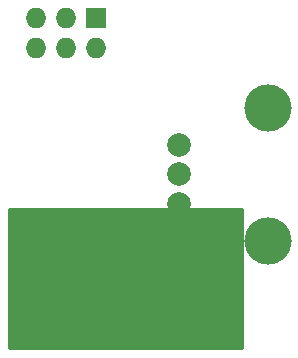
<source format=gbr>
G04 #@! TF.FileFunction,Soldermask,Bot*
%FSLAX46Y46*%
G04 Gerber Fmt 4.6, Leading zero omitted, Abs format (unit mm)*
G04 Created by KiCad (PCBNEW (2015-07-08 BZR 5908)-product) date Thu 09 Jul 2015 02:10:17 PM EEST*
%MOMM*%
G01*
G04 APERTURE LIST*
%ADD10C,0.100000*%
%ADD11C,2.000000*%
%ADD12C,4.000000*%
%ADD13R,1.727200X1.727200*%
%ADD14O,1.727200X1.727200*%
%ADD15C,0.254000*%
G04 APERTURE END LIST*
D10*
D11*
X134580000Y-85180000D03*
X134580000Y-87680000D03*
X134580000Y-82680000D03*
D12*
X142080000Y-79580000D03*
X142080000Y-90780000D03*
D13*
X127540000Y-71960000D03*
D14*
X127540000Y-74500000D03*
X125000000Y-71960000D03*
X125000000Y-74500000D03*
X122460000Y-71960000D03*
X122460000Y-74500000D03*
D15*
G36*
X139873000Y-99873000D02*
X120127000Y-99873000D01*
X120127000Y-88127000D01*
X139873000Y-88127000D01*
X139873000Y-99873000D01*
X139873000Y-99873000D01*
G37*
X139873000Y-99873000D02*
X120127000Y-99873000D01*
X120127000Y-88127000D01*
X139873000Y-88127000D01*
X139873000Y-99873000D01*
M02*

</source>
